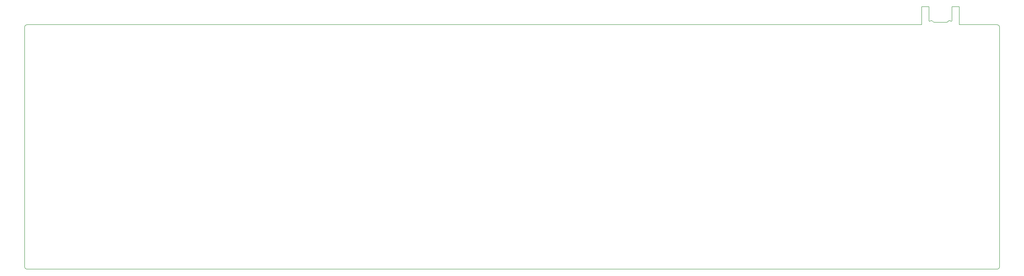
<source format=gbr>
G04 #@! TF.GenerationSoftware,KiCad,Pcbnew,(5.1.4)-1*
G04 #@! TF.CreationDate,2020-09-03T21:36:14-07:00*
G04 #@! TF.ProjectId,Pandamic,50616e64-616d-4696-932e-6b696361645f,rev?*
G04 #@! TF.SameCoordinates,Original*
G04 #@! TF.FileFunction,Profile,NP*
%FSLAX46Y46*%
G04 Gerber Fmt 4.6, Leading zero omitted, Abs format (unit mm)*
G04 Created by KiCad (PCBNEW (5.1.4)-1) date 2020-09-03 21:36:14*
%MOMM*%
%LPD*%
G04 APERTURE LIST*
%ADD10C,0.200000*%
%ADD11C,0.150000*%
G04 APERTURE END LIST*
D10*
X405400000Y-101393750D02*
G75*
G02X404400000Y-102393750I-1000000J0D01*
G01*
X11112500Y-102393750D02*
G75*
G02X10112500Y-101393750I0J1000000D01*
G01*
X10112500Y-4175000D02*
G75*
G02X11112500Y-3175000I1000000J0D01*
G01*
X404400000Y-3175000D02*
G75*
G02X405400000Y-4175000I0J-1000000D01*
G01*
X373820000Y4110000D02*
X373820000Y-3175000D01*
X11112500Y-3175000D02*
X373820000Y-3175000D01*
X389060000Y-3175000D02*
X389060000Y4110000D01*
X404400000Y-3175000D02*
X389060000Y-3175000D01*
X10112500Y-101393750D02*
X10112500Y-4175000D01*
X404400000Y-102393750D02*
X11112500Y-102393750D01*
X405400000Y-4175000D02*
X405400000Y-101393750D01*
D11*
X386110000Y4110000D02*
X389060000Y4110000D01*
X386110000Y-1490000D02*
X386110000Y4110000D01*
X377589616Y-1490000D02*
X377690000Y-1490000D01*
X376770000Y4110000D02*
X376770000Y-1490000D01*
X373820000Y4110000D02*
X376770000Y4110000D01*
X378902434Y-2190000D02*
X383977566Y-2190000D01*
X385290384Y-1490000D02*
X385190000Y-1490000D01*
X384471199Y-1905000D02*
G75*
G02X385190000Y-1490000I718801J-415000D01*
G01*
X378408801Y-1905000D02*
G75*
G03X377690000Y-1490000I-718801J-415000D01*
G01*
X385550192Y-1640000D02*
G75*
G03X386110000Y-1490000I259808J150000D01*
G01*
X385550192Y-1640000D02*
G75*
G03X385290384Y-1490000I-259808J-150000D01*
G01*
X384471199Y-1905000D02*
G75*
G02X383977565Y-2190000I-493634J285000D01*
G01*
X378408801Y-1905000D02*
G75*
G03X378902435Y-2190000I493634J285000D01*
G01*
X377329808Y-1640000D02*
G75*
G02X377589616Y-1490000I259808J-150000D01*
G01*
X377329808Y-1640000D02*
G75*
G02X376770000Y-1490000I-259808J150000D01*
G01*
M02*

</source>
